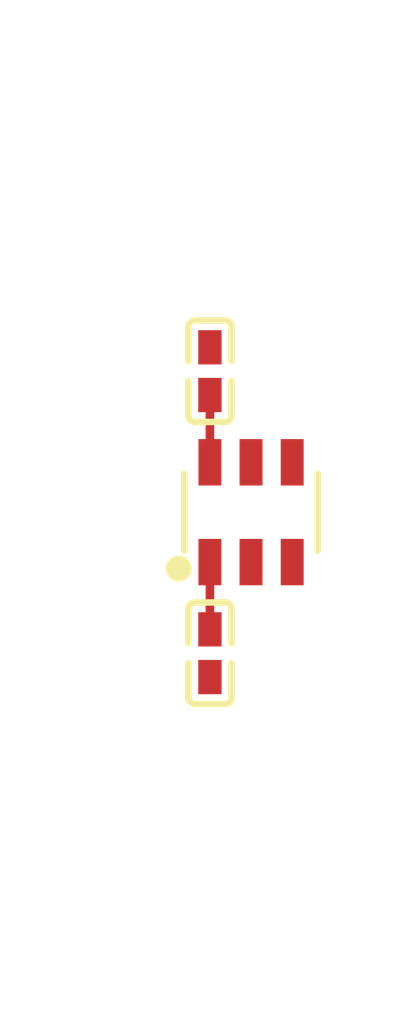
<source format=kicad_pcb>
(kicad_pcb (version 20241229) (generator "pcbnew") (generator_version "9.0")
  (layers (0 "F.Cu" signal) (2 "B.Cu" signal) (13 "F.Paste" user) (15 "B.Paste" user) (5 "F.SilkS" user "F.Silkscreen") (7 "B.SilkS" user "B.Silkscreen") (1 "F.Mask" user) (3 "B.Mask" user) (25 "Edge.Cuts" user))
  (net 0 "")
  (net 1 "hv-1")
  (net 2 "hv")
  (net 3 "gnd")
  (net 4 "buffer-line-2")
  (net 5 "buffer-line")
  (net 6 "buffer-line-1")
  (footprint "atopile:SOT-23-6_L2.9-W1.6-P0.95-LS2.8-BL-d2c740" (layer "F.Cu") (at 0 0 0)
    (property "Reference" "U1" (hide yes))
    (property "Value" "")
    (fp_line (start -1.54 0.89) (end -1.54 -0.89) (stroke (width 0.15)) (layer "F.SilkS"))
    (fp_line (start 1.54 0.89) (end 1.54 -0.89) (stroke (width 0.15)) (layer "F.SilkS"))
    (fp_circle (center -1.67 1.3) (end -1.52 1.3) (stroke (width 0.3)) (fill no) (layer "F.SilkS"))
    (pad "1" smd rect (at -0.95 1.15 0) (size 0.53 1.07) (layers "F.Cu" "F.Mask" "F.Paste") (net 2 "hv"))
    (pad "2" smd rect (at 0 1.15 0) (size 0.53 1.07) (layers "F.Cu" "F.Mask" "F.Paste") (net 3 "gnd"))
    (pad "3" smd rect (at 0.95 1.15 0) (size 0.53 1.07) (layers "F.Cu" "F.Mask" "F.Paste") (net 6 "buffer-line-1"))
    (pad "4" smd rect (at 0.95 -1.15 0) (size 0.53 1.07) (layers "F.Cu" "F.Mask" "F.Paste") (net 5 "buffer-line"))
    (pad "5" smd rect (at 0 -1.15 0) (size 0.53 1.07) (layers "F.Cu" "F.Mask" "F.Paste") (net 4 "buffer-line-2"))
    (pad "6" smd rect (at -0.95 -1.15 0) (size 0.53 1.07) (layers "F.Cu" "F.Mask" "F.Paste") (net 1 "hv-1"))
  )
  (footprint "atopile:C0402-b3ef17" (layer "F.Cu") (at -0.95 -3.25 90)
    (property "Reference" "C2" (hide yes))
    (property "Value" "100nF ±10% 16V X7R")
    (fp_line (start 1.02 -0.5) (end 0.23 -0.5) (stroke (width 0.15)) (layer "F.SilkS"))
    (fp_line (start -1.02 -0.5) (end -0.23 -0.5) (stroke (width 0.15)) (layer "F.SilkS"))
    (fp_line (start 1.17 0.35) (end 1.17 -0.35) (stroke (width 0.15)) (layer "F.SilkS"))
    (fp_line (start -1.17 0.35) (end -1.17 -0.35) (stroke (width 0.15)) (layer "F.SilkS"))
    (fp_line (start 0.23 0.5) (end 1.02 0.5) (stroke (width 0.15)) (layer "F.SilkS"))
    (fp_line (start -0.23 0.5) (end -1.02 0.5) (stroke (width 0.15)) (layer "F.SilkS"))
    (fp_arc (start 1.02 -0.5) (mid 1.126066 -0.456066) (end 1.17 -0.35) (stroke (width 0.15)) (layer "F.SilkS"))
    (fp_arc (start -1.17 -0.35) (mid -1.126066 -0.456066) (end -1.02 -0.5) (stroke (width 0.15)) (layer "F.SilkS"))
    (fp_arc (start 1.17 0.35) (mid 1.126066 0.456066) (end 1.02 0.5) (stroke (width 0.15)) (layer "F.SilkS"))
    (fp_arc (start -1.02 0.5) (mid -1.126066 0.456066) (end -1.17 0.35) (stroke (width 0.15)) (layer "F.SilkS"))
    (pad "1" smd rect (at -0.55 0 90) (size 0.79 0.54) (layers "F.Cu" "F.Mask" "F.Paste") (net 1 "hv-1"))
    (pad "2" smd rect (at 0.55 0 90) (size 0.79 0.54) (layers "F.Cu" "F.Mask" "F.Paste") (net 3 "gnd"))
  )
  (footprint "atopile:C0402-b3ef17" (layer "F.Cu") (at -0.95 3.25 -90)
    (property "Reference" "C1" (hide yes))
    (property "Value" "100nF ±10% 16V X7R")
    (fp_line (start -0.23 0.5) (end -1.02 0.5) (stroke (width 0.15)) (layer "F.SilkS"))
    (fp_line (start 0.23 0.5) (end 1.02 0.5) (stroke (width 0.15)) (layer "F.SilkS"))
    (fp_line (start -1.17 0.35) (end -1.17 -0.35) (stroke (width 0.15)) (layer "F.SilkS"))
    (fp_line (start 1.17 0.35) (end 1.17 -0.35) (stroke (width 0.15)) (layer "F.SilkS"))
    (fp_line (start -1.02 -0.5) (end -0.23 -0.5) (stroke (width 0.15)) (layer "F.SilkS"))
    (fp_line (start 1.02 -0.5) (end 0.23 -0.5) (stroke (width 0.15)) (layer "F.SilkS"))
    (fp_arc (start -1.02 0.5) (mid -1.126066 0.456066) (end -1.17 0.35) (stroke (width 0.15)) (layer "F.SilkS"))
    (fp_arc (start 1.17 0.35) (mid 1.126066 0.456066) (end 1.02 0.5) (stroke (width 0.15)) (layer "F.SilkS"))
    (fp_arc (start -1.17 -0.35) (mid -1.126066 -0.456066) (end -1.02 -0.5) (stroke (width 0.15)) (layer "F.SilkS"))
    (fp_arc (start 1.02 -0.5) (mid 1.126066 -0.456066) (end 1.17 -0.35) (stroke (width 0.15)) (layer "F.SilkS"))
    (pad "1" smd rect (at -0.55 0 270) (size 0.79 0.54) (layers "F.Cu" "F.Mask" "F.Paste") (net 2 "hv"))
    (pad "2" smd rect (at 0.55 0 270) (size 0.79 0.54) (layers "F.Cu" "F.Mask" "F.Paste") (net 3 "gnd"))
  )
  (segment (start -0.95 -1.15) (end -0.95 -2.7) (width 0.2) (net 1) (layer "F.Cu"))
  (segment (start -0.95 2.7) (end -0.95 1.15) (width 0.2) (net 2) (layer "F.Cu"))
)
</source>
